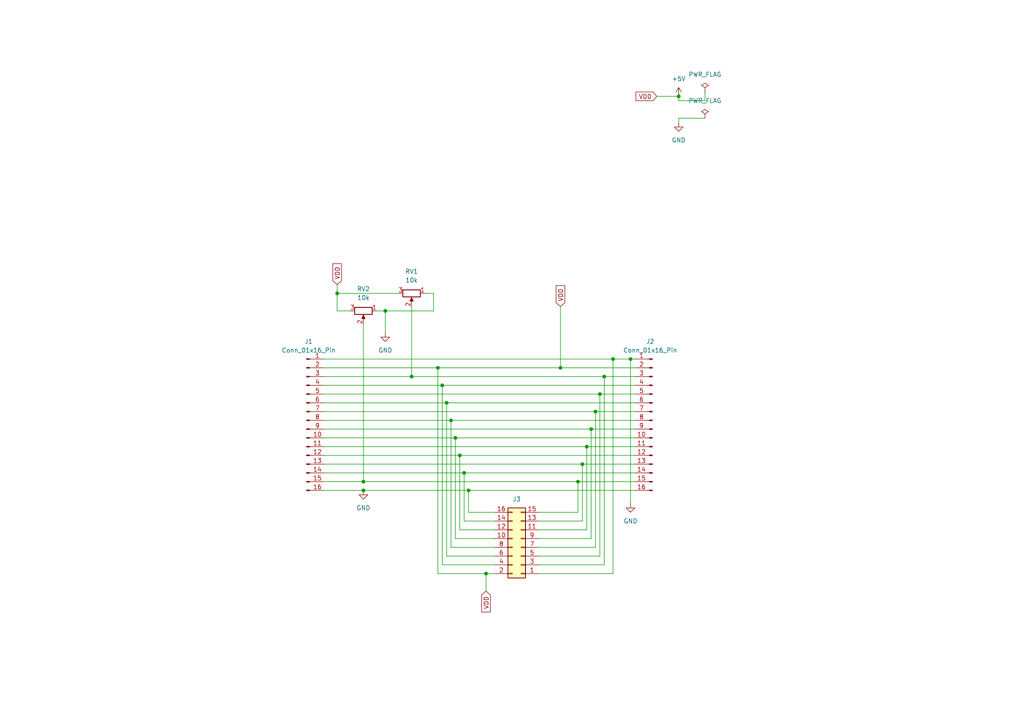
<source format=kicad_sch>
(kicad_sch (version 20231120) (generator "eeschema") (generator_version "8.0")
  (paper "A4")
  (lib_symbols
    (symbol "Connector:Conn_01x16_Pin" (pin_names (offset 1.016) hide)
      (property "Reference" "J" (at 0 20.32 0))
      (property "Value" "Conn_01x16_Pin" (at 0 -22.86 0))
      (symbol "Conn_01x16_Pin_1_1"
        (polyline (pts (xy 1.27 -20.32) (xy 0.8636 -20.32)) (stroke (width 0.1524)))
        (polyline (pts (xy 1.27 -17.78) (xy 0.8636 -17.78)) (stroke (width 0.1524)))
        (polyline (pts (xy 1.27 -15.24) (xy 0.8636 -15.24)) (stroke (width 0.1524)))
        (polyline (pts (xy 1.27 -12.7) (xy 0.8636 -12.7)) (stroke (width 0.1524)))
        (polyline (pts (xy 1.27 -10.16) (xy 0.8636 -10.16)) (stroke (width 0.1524)))
        (polyline (pts (xy 1.27 -7.62) (xy 0.8636 -7.62)) (stroke (width 0.1524)))
        (polyline (pts (xy 1.27 -5.08) (xy 0.8636 -5.08)) (stroke (width 0.1524)))
        (polyline (pts (xy 1.27 -2.54) (xy 0.8636 -2.54)) (stroke (width 0.1524)))
        (polyline (pts (xy 1.27 0) (xy 0.8636 0)) (stroke (width 0.1524)))
        (polyline (pts (xy 1.27 2.54) (xy 0.8636 2.54)) (stroke (width 0.1524)))
        (polyline (pts (xy 1.27 5.08) (xy 0.8636 5.08)) (stroke (width 0.1524)))
        (polyline (pts (xy 1.27 7.62) (xy 0.8636 7.62)) (stroke (width 0.1524)))
        (polyline (pts (xy 1.27 10.16) (xy 0.8636 10.16)) (stroke (width 0.1524)))
        (polyline (pts (xy 1.27 12.7) (xy 0.8636 12.7)) (stroke (width 0.1524)))
        (polyline (pts (xy 1.27 15.24) (xy 0.8636 15.24)) (stroke (width 0.1524)))
        (polyline (pts (xy 1.27 17.78) (xy 0.8636 17.78)) (stroke (width 0.1524)))
        (rectangle (start 0.8636 -20.193) (end 0 -20.447) (stroke (width 0.1524)) (fill (type outline)))
        (rectangle (start 0.8636 -17.653) (end 0 -17.907) (stroke (width 0.1524)) (fill (type outline)))
        (rectangle (start 0.8636 -15.113) (end 0 -15.367) (stroke (width 0.1524)) (fill (type outline)))
        (rectangle (start 0.8636 -12.573) (end 0 -12.827) (stroke (width 0.1524)) (fill (type outline)))
        (rectangle (start 0.8636 -10.033) (end 0 -10.287) (stroke (width 0.1524)) (fill (type outline)))
        (rectangle (start 0.8636 -7.493) (end 0 -7.747) (stroke (width 0.1524)) (fill (type outline)))
        (rectangle (start 0.8636 -4.953) (end 0 -5.207) (stroke (width 0.1524)) (fill (type outline)))
        (rectangle (start 0.8636 -2.413) (end 0 -2.667) (stroke (width 0.1524)) (fill (type outline)))
        (rectangle (start 0.8636 0.127) (end 0 -0.127) (stroke (width 0.1524)) (fill (type outline)))
        (rectangle (start 0.8636 2.667) (end 0 2.413) (stroke (width 0.1524)) (fill (type outline)))
        (rectangle (start 0.8636 5.207) (end 0 4.953) (stroke (width 0.1524)) (fill (type outline)))
        (rectangle (start 0.8636 7.747) (end 0 7.493) (stroke (width 0.1524)) (fill (type outline)))
        (rectangle (start 0.8636 10.287) (end 0 10.033) (stroke (width 0.1524)) (fill (type outline)))
        (rectangle (start 0.8636 12.827) (end 0 12.573) (stroke (width 0.1524)) (fill (type outline)))
        (rectangle (start 0.8636 15.367) (end 0 15.113) (stroke (width 0.1524)) (fill (type outline)))
        (rectangle (start 0.8636 17.907) (end 0 17.653) (stroke (width 0.1524)) (fill (type outline)))
        (pin passive line (at 5.08 17.78 180) (length 3.81) (name "Pin_1") (number "1"))
        (pin passive line (at 5.08 -5.08 180) (length 3.81) (name "Pin_10") (number "10"))
        (pin passive line (at 5.08 -7.62 180) (length 3.81) (name "Pin_11") (number "11"))
        (pin passive line (at 5.08 -10.16 180) (length 3.81) (name "Pin_12") (number "12"))
        (pin passive line (at 5.08 -12.7 180) (length 3.81) (name "Pin_13") (number "13"))
        (pin passive line (at 5.08 -15.24 180) (length 3.81) (name "Pin_14") (number "14"))
        (pin passive line (at 5.08 -17.78 180) (length 3.81) (name "Pin_15") (number "15"))
        (pin passive line (at 5.08 -20.32 180) (length 3.81) (name "Pin_16") (number "16"))
        (pin passive line (at 5.08 15.24 180) (length 3.81) (name "Pin_2") (number "2"))
        (pin passive line (at 5.08 12.7 180) (length 3.81) (name "Pin_3") (number "3"))
        (pin passive line (at 5.08 10.16 180) (length 3.81) (name "Pin_4") (number "4"))
        (pin passive line (at 5.08 7.62 180) (length 3.81) (name "Pin_5") (number "5"))
        (pin passive line (at 5.08 5.08 180) (length 3.81) (name "Pin_6") (number "6"))
        (pin passive line (at 5.08 2.54 180) (length 3.81) (name "Pin_7") (number "7"))
        (pin passive line (at 5.08 0 180) (length 3.81) (name "Pin_8") (number "8"))
        (pin passive line (at 5.08 -2.54 180) (length 3.81) (name "Pin_9") (number "9"))
      )
    )
    (symbol "Connector_Generic:Conn_02x08_Odd_Even" (pin_names (offset 1.016) hide)
      (property "Reference" "J3" (at 1.27 -13.97 0))
      (symbol "Conn_02x08_Odd_Even_1_1"
        (rectangle (start -1.27 -10.033) (end 0 -10.287) (stroke (width 0.1524)))
        (rectangle (start -1.27 -7.493) (end 0 -7.747) (stroke (width 0.1524)))
        (rectangle (start -1.27 -4.953) (end 0 -5.207) (stroke (width 0.1524)))
        (rectangle (start -1.27 -2.413) (end 0 -2.667) (stroke (width 0.1524)))
        (rectangle (start -1.27 0.127) (end 0 -0.127) (stroke (width 0.1524)))
        (rectangle (start -1.27 2.667) (end 0 2.413) (stroke (width 0.1524)))
        (rectangle (start -1.27 5.207) (end 0 4.953) (stroke (width 0.1524)))
        (rectangle (start -1.27 7.747) (end 0 7.493) (stroke (width 0.1524)))
        (rectangle (start -1.27 8.89) (end 3.81 -11.43) (stroke (width 0.254)) (fill (type background)))
        (rectangle (start 3.81 -10.033) (end 2.54 -10.287) (stroke (width 0.1524)))
        (rectangle (start 3.81 -7.493) (end 2.54 -7.747) (stroke (width 0.1524)))
        (rectangle (start 3.81 -4.953) (end 2.54 -5.207) (stroke (width 0.1524)))
        (rectangle (start 3.81 -2.413) (end 2.54 -2.667) (stroke (width 0.1524)))
        (rectangle (start 3.81 0.127) (end 2.54 -0.127) (stroke (width 0.1524)))
        (rectangle (start 3.81 2.667) (end 2.54 2.413) (stroke (width 0.1524)))
        (rectangle (start 3.81 5.207) (end 2.54 4.953) (stroke (width 0.1524)))
        (rectangle (start 3.81 7.747) (end 2.54 7.493) (stroke (width 0.1524)))
        (pin passive line (at 7.62 7.62 180) (length 3.81) (name "Pin_1") (number "1"))
        (pin passive line (at -5.08 -2.54 0) (length 3.81) (name "Pin_10") (number "10"))
        (pin passive line (at 7.62 -5.08 180) (length 3.81) (name "Pin_11") (number "11"))
        (pin passive line (at -5.08 -5.08 0) (length 3.81) (name "Pin_12") (number "12"))
        (pin passive line (at 7.62 -7.62 180) (length 3.81) (name "Pin_13") (number "13"))
        (pin passive line (at -5.08 -7.62 0) (length 3.81) (name "Pin_14") (number "14"))
        (pin passive line (at 7.62 -10.16 180) (length 3.81) (name "Pin_15") (number "15"))
        (pin passive line (at -5.08 -10.16 0) (length 3.81) (name "Pin_16") (number "16"))
        (pin passive line (at -5.08 7.62 0) (length 3.81) (name "Pin_2") (number "2"))
        (pin passive line (at 7.62 5.08 180) (length 3.81) (name "Pin_3") (number "3"))
        (pin passive line (at -5.08 5.08 0) (length 3.81) (name "Pin_4") (number "4"))
        (pin passive line (at 7.62 2.54 180) (length 3.81) (name "Pin_5") (number "5"))
        (pin passive line (at -5.08 2.54 0) (length 3.81) (name "Pin_6") (number "6"))
        (pin passive line (at 7.62 0 180) (length 3.81) (name "Pin_7") (number "7"))
        (pin passive line (at -5.08 0 0) (length 3.81) (name "Pin_8") (number "8"))
        (pin passive line (at 7.62 -2.54 180) (length 3.81) (name "Pin_9") (number "9"))
      )
    )
    (symbol "Device:R_Potentiometer" (pin_names (offset 1.016) hide)
      (property "Reference" "RV" (at -4.445 0 90))
      (property "Value" "R_Potentiometer" (at -2.54 0 90))
      (symbol "R_Potentiometer_0_1"
        (polyline (pts (xy 2.54 0) (xy 1.524 0)))
        (polyline (pts (xy 1.143 0) (xy 2.286 0.508) (xy 2.286 -0.508) (xy 1.143 0)) (fill (type outline)))
        (rectangle (start 1.016 2.54) (end -1.016 -2.54) (stroke (width 0.254)))
      )
      (symbol "R_Potentiometer_1_1"
        (pin passive line (at 0 3.81 270) (length 1.27) (name "1") (number "1"))
        (pin passive line (at 3.81 0 180) (length 1.27) (name "2") (number "2"))
        (pin passive line (at 0 -3.81 90) (length 1.27) (name "3") (number "3"))
      )
    )
    (symbol "power:+5V" (power) (pin_numbers hide) (pin_names (offset 0) hide)
      (property "Value" "+5V" (at 0 3.556 0))
      (symbol "+5V_0_1"
        (polyline (pts (xy -0.762 1.27) (xy 0 2.54)))
        (polyline (pts (xy 0 0) (xy 0 2.54)))
        (polyline (pts (xy 0 2.54) (xy 0.762 1.27)))
      )
      (symbol "+5V_1_1"
        (pin power_in line (at 0 0 90) (length 0) (name "~") (number "1"))
      )
    )
    (symbol "power:GND" (power) (pin_numbers hide) (pin_names (offset 0) hide)
      (property "Value" "GND" (at 0 -3.81 0))
      (symbol "GND_0_1"
        (polyline (pts (xy 0 0) (xy 0 -1.27) (xy 1.27 -1.27) (xy 0 -2.54) (xy -1.27 -1.27) (xy 0 -1.27)))
      )
      (symbol "GND_1_1"
        (pin power_in line (at 0 0 270) (length 0) (name "~") (number "1"))
      )
    )
    (symbol "power:PWR_FLAG" (power) (pin_numbers hide) (pin_names (offset 0) hide)
      (property "Value" "PWR_FLAG" (at 0 3.81 0))
      (symbol "PWR_FLAG_0_0"
        (pin power_out line (at 0 0 90) (length 0) (name "~") (number "1"))
      )
      (symbol "PWR_FLAG_0_1"
        (polyline (pts (xy 0 0) (xy 0 1.27) (xy -1.016 1.905) (xy 0 2.54) (xy 1.016 1.905) (xy 0 1.27)))
      )
    )
  )
  (junction (at 133.35 132.08))
  (junction (at 167.64 139.7))
  (junction (at 127 106.68))
  (junction (at 105.41 142.24))
  (junction (at 105.41 139.7))
  (junction (at 177.8 104.14))
  (junction (at 129.54 116.84))
  (junction (at 173.99 114.3))
  (junction (at 119.38 109.22))
  (junction (at 168.91 134.62))
  (junction (at 134.62 137.16))
  (junction (at 170.18 129.54))
  (junction (at 130.81 121.92))
  (junction (at 111.76 90.17))
  (junction (at 196.85 27.94))
  (junction (at 162.56 106.68))
  (junction (at 140.97 166.37))
  (junction (at 175.26 109.22))
  (junction (at 97.79 85.09))
  (junction (at 182.88 104.14))
  (junction (at 172.72 119.38))
  (junction (at 135.89 142.24))
  (junction (at 171.45 124.46))
  (junction (at 132.08 127))
  (junction (at 128.27 111.76))
  (wire (pts (xy 132.08 127) (xy 184.15 127)))
  (wire (pts (xy 143.51 161.29) (xy 129.54 161.29)))
  (wire (pts (xy 196.85 34.29) (xy 196.85 35.56)))
  (wire (pts (xy 175.26 109.22) (xy 184.15 109.22)))
  (wire (pts (xy 93.98 106.68) (xy 127 106.68)))
  (wire (pts (xy 130.81 121.92) (xy 184.15 121.92)))
  (wire (pts (xy 135.89 148.59) (xy 135.89 142.24)))
  (wire (pts (xy 97.79 90.17) (xy 97.79 85.09)))
  (wire (pts (xy 173.99 114.3) (xy 173.99 161.29)))
  (wire (pts (xy 93.98 137.16) (xy 134.62 137.16)))
  (wire (pts (xy 143.51 156.21) (xy 132.08 156.21)))
  (wire (pts (xy 125.73 85.09) (xy 123.19 85.09)))
  (wire (pts (xy 162.56 88.9) (xy 162.56 106.68)))
  (wire (pts (xy 93.98 124.46) (xy 171.45 124.46)))
  (wire (pts (xy 93.98 114.3) (xy 173.99 114.3)))
  (wire (pts (xy 97.79 85.09) (xy 97.79 82.55)))
  (wire (pts (xy 93.98 132.08) (xy 133.35 132.08)))
  (wire (pts (xy 125.73 90.17) (xy 125.73 85.09)))
  (wire (pts (xy 168.91 134.62) (xy 168.91 151.13)))
  (wire (pts (xy 127 106.68) (xy 162.56 106.68)))
  (wire (pts (xy 167.64 139.7) (xy 167.64 148.59)))
  (wire (pts (xy 172.72 119.38) (xy 184.15 119.38)))
  (wire (pts (xy 134.62 137.16) (xy 134.62 151.13)))
  (wire (pts (xy 190.5 27.94) (xy 196.85 27.94)))
  (wire (pts (xy 156.21 148.59) (xy 167.64 148.59)))
  (wire (pts (xy 135.89 142.24) (xy 184.15 142.24)))
  (wire (pts (xy 130.81 121.92) (xy 130.81 158.75)))
  (wire (pts (xy 182.88 104.14) (xy 184.15 104.14)))
  (wire (pts (xy 140.97 166.37) (xy 140.97 171.45)))
  (wire (pts (xy 128.27 111.76) (xy 128.27 163.83)))
  (wire (pts (xy 119.38 109.22) (xy 175.26 109.22)))
  (wire (pts (xy 140.97 166.37) (xy 143.51 166.37)))
  (wire (pts (xy 156.21 161.29) (xy 173.99 161.29)))
  (wire (pts (xy 105.41 93.98) (xy 105.41 139.7)))
  (wire (pts (xy 177.8 104.14) (xy 182.88 104.14)))
  (wire (pts (xy 128.27 111.76) (xy 184.15 111.76)))
  (wire (pts (xy 127 166.37) (xy 140.97 166.37)))
  (wire (pts (xy 177.8 104.14) (xy 177.8 166.37)))
  (wire (pts (xy 111.76 90.17) (xy 125.73 90.17)))
  (wire (pts (xy 156.21 158.75) (xy 172.72 158.75)))
  (wire (pts (xy 111.76 90.17) (xy 111.76 96.52)))
  (wire (pts (xy 172.72 119.38) (xy 172.72 158.75)))
  (wire (pts (xy 101.6 90.17) (xy 97.79 90.17)))
  (wire (pts (xy 156.21 156.21) (xy 171.45 156.21)))
  (wire (pts (xy 173.99 114.3) (xy 184.15 114.3)))
  (wire (pts (xy 134.62 137.16) (xy 184.15 137.16)))
  (wire (pts (xy 133.35 132.08) (xy 133.35 153.67)))
  (wire (pts (xy 97.79 85.09) (xy 115.57 85.09)))
  (wire (pts (xy 93.98 134.62) (xy 168.91 134.62)))
  (wire (pts (xy 171.45 124.46) (xy 184.15 124.46)))
  (wire (pts (xy 156.21 153.67) (xy 170.18 153.67)))
  (wire (pts (xy 143.51 163.83) (xy 128.27 163.83)))
  (wire (pts (xy 132.08 127) (xy 132.08 156.21)))
  (wire (pts (xy 204.47 26.67) (xy 204.47 29.21)))
  (wire (pts (xy 105.41 139.7) (xy 167.64 139.7)))
  (wire (pts (xy 119.38 88.9) (xy 119.38 109.22)))
  (wire (pts (xy 171.45 124.46) (xy 171.45 156.21)))
  (wire (pts (xy 204.47 34.29) (xy 196.85 34.29)))
  (wire (pts (xy 133.35 132.08) (xy 184.15 132.08)))
  (wire (pts (xy 175.26 109.22) (xy 175.26 163.83)))
  (wire (pts (xy 156.21 166.37) (xy 177.8 166.37)))
  (wire (pts (xy 162.56 106.68) (xy 184.15 106.68)))
  (wire (pts (xy 143.51 151.13) (xy 134.62 151.13)))
  (wire (pts (xy 170.18 129.54) (xy 184.15 129.54)))
  (wire (pts (xy 129.54 161.29) (xy 129.54 116.84)))
  (wire (pts (xy 204.47 29.21) (xy 196.85 29.21)))
  (wire (pts (xy 143.51 158.75) (xy 130.81 158.75)))
  (wire (pts (xy 93.98 127) (xy 132.08 127)))
  (wire (pts (xy 196.85 29.21) (xy 196.85 27.94)))
  (wire (pts (xy 93.98 104.14) (xy 177.8 104.14)))
  (wire (pts (xy 143.51 148.59) (xy 135.89 148.59)))
  (wire (pts (xy 156.21 163.83) (xy 175.26 163.83)))
  (wire (pts (xy 93.98 109.22) (xy 119.38 109.22)))
  (wire (pts (xy 168.91 134.62) (xy 184.15 134.62)))
  (wire (pts (xy 170.18 129.54) (xy 170.18 153.67)))
  (wire (pts (xy 143.51 153.67) (xy 133.35 153.67)))
  (wire (pts (xy 182.88 104.14) (xy 182.88 146.05)))
  (wire (pts (xy 109.22 90.17) (xy 111.76 90.17)))
  (wire (pts (xy 93.98 119.38) (xy 172.72 119.38)))
  (wire (pts (xy 127 106.68) (xy 127 166.37)))
  (wire (pts (xy 93.98 129.54) (xy 170.18 129.54)))
  (wire (pts (xy 167.64 139.7) (xy 184.15 139.7)))
  (wire (pts (xy 93.98 116.84) (xy 129.54 116.84)))
  (wire (pts (xy 93.98 142.24) (xy 105.41 142.24)))
  (wire (pts (xy 105.41 142.24) (xy 135.89 142.24)))
  (wire (pts (xy 156.21 151.13) (xy 168.91 151.13)))
  (wire (pts (xy 93.98 111.76) (xy 128.27 111.76)))
  (wire (pts (xy 93.98 139.7) (xy 105.41 139.7)))
  (wire (pts (xy 129.54 116.84) (xy 184.15 116.84)))
  (wire (pts (xy 93.98 121.92) (xy 130.81 121.92)))
  (global_label "VDD" (shape input) (at 97.79 82.55 90) (property "Intersheetrefs" "${INTERSHEET_REFS}" (effects (hide yes))))
  (global_label "VDD" (shape input) (at 140.97 171.45 270) (property "Intersheetrefs" "${INTERSHEET_REFS}" (effects (hide yes))))
  (global_label "VDD" (shape input) (at 190.5 27.94 180) (property "Intersheetrefs" "${INTERSHEET_REFS}" (effects (hide yes))))
  (global_label "VDD" (shape input) (at 162.56 88.9 90) (property "Intersheetrefs" "${INTERSHEET_REFS}" (effects (hide yes))))
  (symbol (lib_id "power:+5V") (at 196.85 27.94 0) (unit 1)
    (property "Reference" "#PWR04" (effects (hide yes)))
    (property "Value" "+5V" (at 196.85 22.86 0))
    (property "Description" "Power symbol creates a global label with name \"+5V\"" (effects (hide yes)))
  )
  (symbol (lib_id "power:GND") (at 111.76 96.52 0) (unit 1)
    (property "Reference" "#PWR01" (effects (hide yes)))
    (property "Value" "GND" (at 111.76 101.6 0))
    (property "Description" "Power symbol creates a global label with name \"GND\" , ground" (effects (hide yes)))
  )
  (symbol (lib_id "power:GND") (at 196.85 35.56 0) (unit 1)
    (property "Reference" "#PWR05" (effects (hide yes)))
    (property "Value" "GND" (at 196.85 40.64 0))
    (property "Description" "Power symbol creates a global label with name \"GND\" , ground" (effects (hide yes)))
  )
  (symbol (lib_id "Connector:Conn_01x16_Pin") (at 88.9 121.92 0) (unit 1)
    (property "Reference" "J1" (at 89.535 99.06 0))
    (property "Value" "Conn_01x16_Pin" (at 89.535 101.6 0))
    (property "Footprint" "Connector_PinSocket_2.54mm:PinSocket_1x16_P2.54mm_Vertical" (effects (hide yes)))
    (property "Description" "Generic connector, single row, 01x16, script generated" (effects (hide yes)))
  )
  (symbol (lib_id "power:GND") (at 105.41 142.24 0) (unit 1)
    (property "Reference" "#PWR03" (effects (hide yes)))
    (property "Value" "GND" (at 105.41 147.32 0))
    (property "Description" "Power symbol creates a global label with name \"GND\" , ground" (effects (hide yes)))
  )
  (symbol (lib_id "Device:R_Potentiometer") (at 105.41 90.17 270) (unit 1)
    (property "Reference" "RV2" (at 105.41 83.82 90))
    (property "Value" "10k" (at 105.41 86.36 90))
    (property "Footprint" "Potentiometer_THT:Potentiometer_ACP_CA6-H2,5_Horizontal" (effects (hide yes)))
    (property "Description" "Potentiometer" (effects (hide yes)))
  )
  (symbol (lib_id "power:GND") (at 182.88 146.05 0) (unit 1)
    (property "Reference" "#PWR02" (effects (hide yes)))
    (property "Value" "GND" (at 182.88 151.13 0))
    (property "Description" "Power symbol creates a global label with name \"GND\" , ground" (effects (hide yes)))
  )
  (symbol (lib_id "Device:R_Potentiometer") (at 119.38 85.09 270) (unit 1)
    (property "Reference" "RV1" (at 119.38 78.74 90))
    (property "Value" "10k" (at 119.38 81.28 90))
    (property "Footprint" "Potentiometer_THT:Potentiometer_ACP_CA6-H2,5_Horizontal" (effects (hide yes)))
    (property "Description" "Potentiometer" (effects (hide yes)))
  )
  (symbol (lib_id "power:PWR_FLAG") (at 204.47 34.29 0) (unit 1)
    (property "Reference" "#FLG02" (effects (hide yes)))
    (property "Value" "PWR_FLAG" (at 204.47 29.21 0))
    (property "Description" "Special symbol for telling ERC where power comes from" (effects (hide yes)))
  )
  (symbol (lib_id "power:PWR_FLAG") (at 204.47 26.67 0) (unit 1)
    (property "Reference" "#FLG01" (effects (hide yes)))
    (property "Value" "PWR_FLAG" (at 204.47 21.59 0))
    (property "Description" "Special symbol for telling ERC where power comes from" (effects (hide yes)))
  )
  (symbol (lib_id "Connector:Conn_01x16_Pin") (at 189.23 121.92 0) (mirror y) (unit 1)
    (property "Reference" "J2" (at 188.595 99.06 0))
    (property "Value" "Conn_01x16_Pin" (at 188.595 101.6 0))
    (property "Footprint" "Connector_PinSocket_2.54mm:PinSocket_1x16_P2.54mm_Vertical" (effects (hide yes)))
    (property "Description" "Generic connector, single row, 01x16, script generated" (effects (hide yes)))
  )
  (symbol (lib_id "Connector_Generic:Conn_02x08_Odd_Even") (at 148.59 158.75 0) (mirror x) (unit 1)
    (property "Reference" "J3" (at 149.86 144.78 0))
    (property "Value" "Conn_02x08_Odd_Even" (effects (hide yes)))
    (property "Footprint" "Connector_PinSocket_2.54mm:PinSocket_2x08_P2.54mm_Vertical" (effects (hide yes)))
    (property "Description" "Generic connector, double row, 02x08, odd/even pin numbering scheme (row 1 odd numbers, row 2 even numbers), script generated (kicad-library-utils/schlib/autogen/connector/)" (effects (hide yes)))
  )
)
</source>
